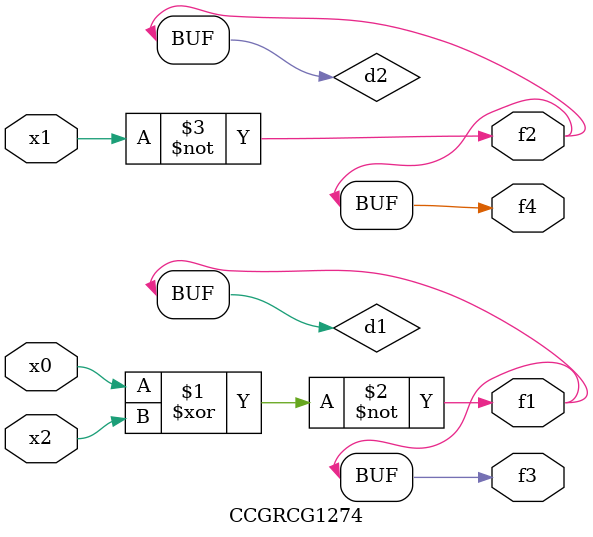
<source format=v>
module CCGRCG1274(
	input x0, x1, x2,
	output f1, f2, f3, f4
);

	wire d1, d2, d3;

	xnor (d1, x0, x2);
	nand (d2, x1);
	nor (d3, x1, x2);
	assign f1 = d1;
	assign f2 = d2;
	assign f3 = d1;
	assign f4 = d2;
endmodule

</source>
